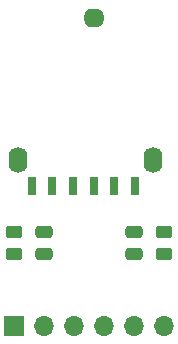
<source format=gbr>
%TF.GenerationSoftware,KiCad,Pcbnew,8.0.4*%
%TF.CreationDate,2024-08-04T00:04:10+10:00*%
%TF.ProjectId,EVQWKL001-breadboard,45565157-4b4c-4303-9031-2d6272656164,rev?*%
%TF.SameCoordinates,Original*%
%TF.FileFunction,Soldermask,Top*%
%TF.FilePolarity,Negative*%
%FSLAX46Y46*%
G04 Gerber Fmt 4.6, Leading zero omitted, Abs format (unit mm)*
G04 Created by KiCad (PCBNEW 8.0.4) date 2024-08-04 00:04:10*
%MOMM*%
%LPD*%
G01*
G04 APERTURE LIST*
G04 Aperture macros list*
%AMRoundRect*
0 Rectangle with rounded corners*
0 $1 Rounding radius*
0 $2 $3 $4 $5 $6 $7 $8 $9 X,Y pos of 4 corners*
0 Add a 4 corners polygon primitive as box body*
4,1,4,$2,$3,$4,$5,$6,$7,$8,$9,$2,$3,0*
0 Add four circle primitives for the rounded corners*
1,1,$1+$1,$2,$3*
1,1,$1+$1,$4,$5*
1,1,$1+$1,$6,$7*
1,1,$1+$1,$8,$9*
0 Add four rect primitives between the rounded corners*
20,1,$1+$1,$2,$3,$4,$5,0*
20,1,$1+$1,$4,$5,$6,$7,0*
20,1,$1+$1,$6,$7,$8,$9,0*
20,1,$1+$1,$8,$9,$2,$3,0*%
G04 Aperture macros list end*
%ADD10RoundRect,0.250000X0.475000X-0.250000X0.475000X0.250000X-0.475000X0.250000X-0.475000X-0.250000X0*%
%ADD11RoundRect,0.250000X-0.475000X0.250000X-0.475000X-0.250000X0.475000X-0.250000X0.475000X0.250000X0*%
%ADD12RoundRect,0.250000X0.450000X-0.262500X0.450000X0.262500X-0.450000X0.262500X-0.450000X-0.262500X0*%
%ADD13R,0.800000X1.600000*%
%ADD14O,1.600000X2.200000*%
%ADD15O,1.800000X1.600000*%
%ADD16R,1.700000X1.700000*%
%ADD17O,1.700000X1.700000*%
G04 APERTURE END LIST*
D10*
%TO.C,C1*%
X82550000Y-63180000D03*
X82550000Y-61280000D03*
%TD*%
D11*
%TO.C,C2*%
X90170000Y-61280000D03*
X90170000Y-63180000D03*
%TD*%
D12*
%TO.C,R1*%
X80010000Y-63142500D03*
X80010000Y-61317500D03*
%TD*%
D13*
%TO.C,ENC1*%
X81485000Y-57420000D03*
X90235000Y-57420000D03*
X83235000Y-57420000D03*
D14*
X80335000Y-55220000D03*
D15*
X86735000Y-43120000D03*
D14*
X91735000Y-55220000D03*
D13*
X84985000Y-57420000D03*
X88485000Y-57420000D03*
X86735000Y-57420000D03*
%TD*%
D16*
%TO.C,J1*%
X80010000Y-69215000D03*
D17*
X82550000Y-69215000D03*
X85090000Y-69215000D03*
X87630000Y-69215000D03*
X90170000Y-69215000D03*
X92710000Y-69215000D03*
%TD*%
D12*
%TO.C,R2*%
X92710000Y-63142500D03*
X92710000Y-61317500D03*
%TD*%
M02*

</source>
